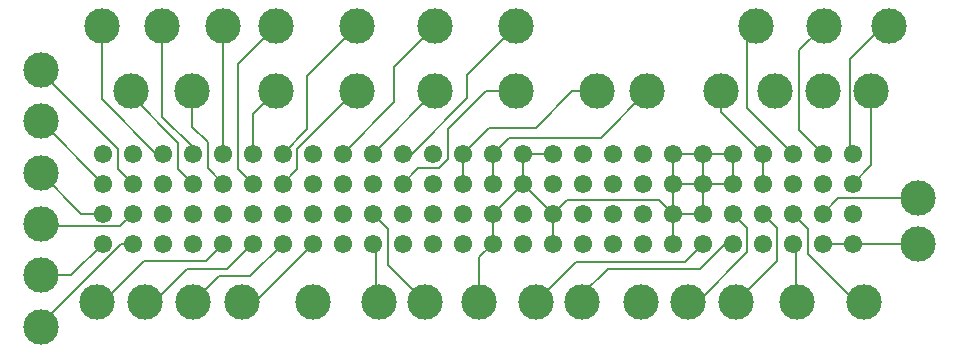
<source format=gbr>
%TF.GenerationSoftware,KiCad,Pcbnew,8.0.6*%
%TF.CreationDate,2024-11-11T13:09:46+02:00*%
%TF.ProjectId,PC104_Debug_PCB,50433130-345f-4446-9562-75675f504342,rev?*%
%TF.SameCoordinates,Original*%
%TF.FileFunction,Copper,L1,Top*%
%TF.FilePolarity,Positive*%
%FSLAX46Y46*%
G04 Gerber Fmt 4.6, Leading zero omitted, Abs format (unit mm)*
G04 Created by KiCad (PCBNEW 8.0.6) date 2024-11-11 13:09:46*
%MOMM*%
%LPD*%
G01*
G04 APERTURE LIST*
%TA.AperFunction,ComponentPad*%
%ADD10C,3.000000*%
%TD*%
%TA.AperFunction,ComponentPad*%
%ADD11C,1.550000*%
%TD*%
%TA.AperFunction,Conductor*%
%ADD12C,0.200000*%
%TD*%
G04 APERTURE END LIST*
D10*
%TO.P,TP36,1,1*%
%TO.N,/OBC_5V_ADM*%
X168625000Y-75200000D03*
%TD*%
%TO.P,TP23,1,1*%
%TO.N,/RED_OBC_Tx*%
X114250000Y-56800000D03*
%TD*%
%TO.P,TP2,1,1*%
%TO.N,/COMMS_SWCLK*%
X104675000Y-56800000D03*
%TD*%
%TO.P,TP9,1,1*%
%TO.N,/ADCS_5V*%
X141450000Y-62300000D03*
%TD*%
%TO.P,TP15,1,1*%
%TO.N,/EPS_GPIO_F*%
X164675000Y-62300000D03*
%TD*%
%TO.P,TP29,1,1*%
%TO.N,/ADCS_CAN_H*%
X94350000Y-73550000D03*
%TD*%
%TO.P,TP45,1,1*%
%TO.N,/ADCS_RS422_RX_P*%
X99100000Y-80125000D03*
%TD*%
%TO.P,TP31,1,1*%
%TO.N,/ADCS_UART_RX*%
X126900000Y-80125000D03*
%TD*%
%TO.P,TP33,1,1*%
%TO.N,/EPS_GPIO_C*%
X153250000Y-80125000D03*
%TD*%
%TO.P,TP14,1,1*%
%TO.N,/EPS_GPIO_I*%
X166200000Y-56800000D03*
%TD*%
%TO.P,TP44,1,1*%
%TO.N,/ADCS_RS422_RX_N*%
X103191666Y-80125000D03*
%TD*%
%TO.P,TP4,1,1*%
%TO.N,/RED_OBC_Rx*%
X114250000Y-62300000D03*
%TD*%
%TO.P,TP6,1,1*%
%TO.N,/ADCS_ENABLE*%
X127775000Y-56800000D03*
%TD*%
%TO.P,TP42,1,1*%
%TO.N,/ADCS_RS422_TX_N*%
X111375000Y-80125000D03*
%TD*%
%TO.P,TP30,1,1*%
%TO.N,/ADCS_PPS*%
X117450000Y-80125000D03*
%TD*%
%TO.P,TP28,1,1*%
%TO.N,/ADCS_CAN_L*%
X94350000Y-69200000D03*
%TD*%
%TO.P,TP16,1,1*%
%TO.N,/EPS_GPIO_E*%
X160612500Y-62300000D03*
%TD*%
%TO.P,TP10,1,1*%
%TO.N,/ADCS_3V3*%
X145712500Y-62300000D03*
%TD*%
%TO.P,TP47,1,1*%
%TO.N,/CANL_A*%
X94350000Y-77900000D03*
%TD*%
%TO.P,TP26,1,1*%
%TO.N,/CANH_B*%
X94350000Y-60500000D03*
%TD*%
%TO.P,TP39,1,1*%
%TO.N,/I2C_SCL*%
X140218452Y-80125000D03*
%TD*%
%TO.P,TP3,1,1*%
%TO.N,/COMMS_3V3_REF*%
X109800000Y-56800000D03*
%TD*%
%TO.P,TP38,1,1*%
%TO.N,/EPS_GPIO_A*%
X145150000Y-80125000D03*
%TD*%
%TO.P,TP7,1,1*%
%TO.N,/ADCS_BOOT*%
X127775000Y-62300000D03*
%TD*%
%TO.P,TP21,1,1*%
%TO.N,/COMMS_Tx*%
X134600000Y-62300000D03*
%TD*%
%TO.P,TP40,1,1*%
%TO.N,/I2C_SDA*%
X136268452Y-80125000D03*
%TD*%
%TO.P,TP8,1,1*%
%TO.N,/COMMS_Rx*%
X134600000Y-56800000D03*
%TD*%
%TO.P,TP34,1,1*%
%TO.N,/3V3_OBC*%
X164050000Y-80125000D03*
%TD*%
D11*
%TO.P,J2,1,1*%
%TO.N,unconnected-(J2-Pad1)*%
X99630000Y-67575000D03*
%TO.P,J2,2,2*%
%TO.N,/CANL_B*%
X99630000Y-70115000D03*
%TO.P,J2,3,3*%
%TO.N,unconnected-(J2-Pad3)*%
X102170000Y-67575000D03*
%TO.P,J2,4,4*%
%TO.N,/CANH_B*%
X102170000Y-70115000D03*
%TO.P,J2,5,5*%
%TO.N,/COMMS_SWOTRACE*%
X104710000Y-67575000D03*
%TO.P,J2,6,6*%
%TO.N,unconnected-(J2-Pad6)*%
X104710000Y-70115000D03*
%TO.P,J2,7,7*%
%TO.N,/COMMS_SWCLK*%
X107250000Y-67575000D03*
%TO.P,J2,8,8*%
%TO.N,/COMMS_SWD*%
X107250000Y-70115000D03*
%TO.P,J2,9,9*%
%TO.N,/COMMS_3V3_REF*%
X109790000Y-67575000D03*
%TO.P,J2,10,10*%
%TO.N,/COMMS_RST*%
X109790000Y-70115000D03*
%TO.P,J2,11,11*%
%TO.N,/RED_OBC_Rx*%
X112330000Y-67575000D03*
%TO.P,J2,12,12*%
%TO.N,/RED_OBC_Tx*%
X112330000Y-70115000D03*
%TO.P,J2,13,13*%
%TO.N,/OBC_Rx*%
X114870000Y-67575000D03*
%TO.P,J2,14,14*%
%TO.N,/OBC_Tx*%
X114870000Y-70115000D03*
%TO.P,J2,15,15*%
%TO.N,unconnected-(J2-Pad15)*%
X117410000Y-67575000D03*
%TO.P,J2,16,16*%
%TO.N,unconnected-(J2-Pad16)*%
X117410000Y-70115000D03*
%TO.P,J2,17,17*%
%TO.N,/ADCS_ENABLE*%
X119950000Y-67575000D03*
%TO.P,J2,18,18*%
%TO.N,unconnected-(J2-Pad18)*%
X119950000Y-70115000D03*
%TO.P,J2,19,19*%
%TO.N,/ADCS_BOOT*%
X122490000Y-67575000D03*
%TO.P,J2,20,20*%
%TO.N,unconnected-(J2-Pad20)*%
X122490000Y-70115000D03*
%TO.P,J2,21,21*%
%TO.N,/COMMS_Rx*%
X125030000Y-67575000D03*
%TO.P,J2,22,22*%
%TO.N,/COMMS_Tx*%
X125030000Y-70115000D03*
%TO.P,J2,23,23*%
%TO.N,unconnected-(J2-Pad23)*%
X127570000Y-67575000D03*
%TO.P,J2,24,24*%
%TO.N,unconnected-(J2-Pad24)*%
X127570000Y-70115000D03*
%TO.P,J2,25,25*%
%TO.N,/ADCS_5V*%
X130110000Y-67575000D03*
%TO.P,J2,26,26*%
X130110000Y-70115000D03*
%TO.P,J2,27,27*%
%TO.N,/ADCS_3V3*%
X132650000Y-67575000D03*
%TO.P,J2,28,28*%
X132650000Y-70115000D03*
%TO.P,J2,29,29*%
%TO.N,GND*%
X135190000Y-67575000D03*
%TO.P,J2,30,30*%
X135190000Y-70115000D03*
%TO.P,J2,31,31*%
X137730000Y-67575000D03*
%TO.P,J2,32,32*%
%TO.N,unconnected-(J2-Pad32)*%
X137730000Y-70115000D03*
%TO.P,J2,33,33*%
%TO.N,unconnected-(J2-Pad33)*%
X140270000Y-67575000D03*
%TO.P,J2,34,34*%
%TO.N,unconnected-(J2-Pad34)*%
X140270000Y-70115000D03*
%TO.P,J2,35,35*%
%TO.N,unconnected-(J2-Pad35)*%
X142810000Y-67575000D03*
%TO.P,J2,36,36*%
%TO.N,unconnected-(J2-Pad36)*%
X142810000Y-70115000D03*
%TO.P,J2,37,37*%
%TO.N,unconnected-(J2-Pad37)*%
X145350000Y-67575000D03*
%TO.P,J2,38,38*%
%TO.N,unconnected-(J2-Pad38)*%
X145350000Y-70115000D03*
%TO.P,J2,39,39*%
%TO.N,GND*%
X147890000Y-67575000D03*
%TO.P,J2,40,40*%
X147890000Y-70115000D03*
%TO.P,J2,41,41*%
X150430000Y-67575000D03*
%TO.P,J2,42,42*%
X150430000Y-70115000D03*
%TO.P,J2,43,43*%
X152970000Y-67575000D03*
%TO.P,J2,44,44*%
X152970000Y-70115000D03*
%TO.P,J2,45,45*%
%TO.N,/EPS_VBAT*%
X155510000Y-67575000D03*
%TO.P,J2,46,46*%
X155510000Y-70115000D03*
%TO.P,J2,47,47*%
%TO.N,/EPS_GPIO_G*%
X158050000Y-67575000D03*
%TO.P,J2,48,48*%
%TO.N,/EPS_GPIO_D*%
X158050000Y-70115000D03*
%TO.P,J2,49,49*%
%TO.N,/EPS_GPIO_H*%
X160590000Y-67575000D03*
%TO.P,J2,50,50*%
%TO.N,/EPS_GPIO_E*%
X160590000Y-70115000D03*
%TO.P,J2,51,51*%
%TO.N,/EPS_GPIO_I*%
X163130000Y-67575000D03*
%TO.P,J2,52,52*%
%TO.N,/EPS_GPIO_F*%
X163130000Y-70115000D03*
%TD*%
D10*
%TO.P,TP18,1,1*%
%TO.N,/EPS_VBAT*%
X151975000Y-62300000D03*
%TD*%
%TO.P,TP46,1,1*%
%TO.N,/CANH_A*%
X94350000Y-82250000D03*
%TD*%
%TO.P,TP43,1,1*%
%TO.N,/ADCS_RS422_TX_P*%
X107283332Y-80125000D03*
%TD*%
%TO.P,TP22,1,1*%
%TO.N,/OBC_Tx*%
X121175000Y-62300000D03*
%TD*%
%TO.P,TP25,1,1*%
%TO.N,/COMMS_SWD*%
X102000000Y-62300000D03*
%TD*%
%TO.P,TP24,1,1*%
%TO.N,/COMMS_RST*%
X107200000Y-62300000D03*
%TD*%
%TO.P,TP37,1,1*%
%TO.N,/OBC_5V_PANELS*%
X158375000Y-80125000D03*
%TD*%
%TO.P,TP27,1,1*%
%TO.N,/CANL_B*%
X94350000Y-64850000D03*
%TD*%
%TO.P,TP41,1,1*%
%TO.N,/ADCS_UART_TX*%
X123025000Y-80125000D03*
%TD*%
%TO.P,TP17,1,1*%
%TO.N,/EPS_GPIO_D*%
X156550000Y-62300000D03*
%TD*%
%TO.P,TP1,1,1*%
%TO.N,/COMMS_SWOTRACE*%
X99550000Y-56800000D03*
%TD*%
%TO.P,TP5,1,1*%
%TO.N,/OBC_Rx*%
X121175000Y-56800000D03*
%TD*%
%TO.P,TP35,1,1*%
%TO.N,/3V3_RED_OBC*%
X168625000Y-71350000D03*
%TD*%
%TO.P,TP11,1,1*%
%TO.N,GND*%
X131475000Y-80125000D03*
%TD*%
D11*
%TO.P,J1,1,1*%
%TO.N,/ADCS_CAN_L*%
X99630000Y-72655000D03*
%TO.P,J1,2,2*%
%TO.N,/CANL_A*%
X99630000Y-75195000D03*
%TO.P,J1,3,3*%
%TO.N,/ADCS_CAN_H*%
X102170000Y-72655000D03*
%TO.P,J1,4,4*%
%TO.N,/CANH_A*%
X102170000Y-75195000D03*
%TO.P,J1,5,5*%
%TO.N,unconnected-(J1-Pad5)*%
X104710000Y-72655000D03*
%TO.P,J1,6,6*%
%TO.N,unconnected-(J1-Pad6)*%
X104710000Y-75195000D03*
%TO.P,J1,7,7*%
%TO.N,unconnected-(J1-Pad7)*%
X107250000Y-72655000D03*
%TO.P,J1,8,8*%
%TO.N,unconnected-(J1-Pad8)*%
X107250000Y-75195000D03*
%TO.P,J1,9,9*%
%TO.N,unconnected-(J1-Pad9)*%
X109790000Y-72655000D03*
%TO.P,J1,10,10*%
%TO.N,/ADCS_RS422_RX_P*%
X109790000Y-75195000D03*
%TO.P,J1,11,11*%
%TO.N,unconnected-(J1-Pad11)*%
X112330000Y-72655000D03*
%TO.P,J1,12,12*%
%TO.N,/ADCS_RS422_RX_N*%
X112330000Y-75195000D03*
%TO.P,J1,13,13*%
%TO.N,/ADCS_PPS*%
X114870000Y-72655000D03*
%TO.P,J1,14,14*%
%TO.N,/ADCS_RS422_TX_P*%
X114870000Y-75195000D03*
%TO.P,J1,15,15*%
%TO.N,unconnected-(J1-Pad15)*%
X117410000Y-72655000D03*
%TO.P,J1,16,16*%
%TO.N,/ADCS_RS422_TX_N*%
X117410000Y-75195000D03*
%TO.P,J1,17,17*%
%TO.N,unconnected-(J1-Pad17)*%
X119950000Y-72655000D03*
%TO.P,J1,18,18*%
%TO.N,unconnected-(J1-Pad18)*%
X119950000Y-75195000D03*
%TO.P,J1,19,19*%
%TO.N,/ADCS_UART_RX*%
X122490000Y-72655000D03*
%TO.P,J1,20,20*%
%TO.N,/ADCS_UART_TX*%
X122490000Y-75195000D03*
%TO.P,J1,21,21*%
%TO.N,unconnected-(J1-Pad21)*%
X125030000Y-72655000D03*
%TO.P,J1,22,22*%
%TO.N,unconnected-(J1-Pad22)*%
X125030000Y-75195000D03*
%TO.P,J1,23,23*%
%TO.N,unconnected-(J1-Pad23)*%
X127570000Y-72655000D03*
%TO.P,J1,24,24*%
%TO.N,unconnected-(J1-Pad24)*%
X127570000Y-75195000D03*
%TO.P,J1,25,25*%
%TO.N,unconnected-(J1-Pad25)*%
X130110000Y-72655000D03*
%TO.P,J1,26,26*%
%TO.N,unconnected-(J1-Pad26)*%
X130110000Y-75195000D03*
%TO.P,J1,27,27*%
%TO.N,GND*%
X132650000Y-72655000D03*
%TO.P,J1,28,28*%
X132650000Y-75195000D03*
%TO.P,J1,29,29*%
%TO.N,unconnected-(J1-Pad29)*%
X135190000Y-72655000D03*
%TO.P,J1,30,30*%
%TO.N,unconnected-(J1-Pad30)*%
X135190000Y-75195000D03*
%TO.P,J1,31,31*%
%TO.N,GND*%
X137730000Y-72655000D03*
%TO.P,J1,32,32*%
X137730000Y-75195000D03*
%TO.P,J1,33,33*%
%TO.N,unconnected-(J1-Pad33)*%
X140270000Y-72655000D03*
%TO.P,J1,34,34*%
%TO.N,unconnected-(J1-Pad34)*%
X140270000Y-75195000D03*
%TO.P,J1,35,35*%
%TO.N,unconnected-(J1-Pad35)*%
X142810000Y-72655000D03*
%TO.P,J1,36,36*%
%TO.N,unconnected-(J1-Pad36)*%
X142810000Y-75195000D03*
%TO.P,J1,37,37*%
%TO.N,unconnected-(J1-Pad37)*%
X145350000Y-72655000D03*
%TO.P,J1,38,38*%
%TO.N,unconnected-(J1-Pad38)*%
X145350000Y-75195000D03*
%TO.P,J1,39,39*%
%TO.N,GND*%
X147890000Y-72655000D03*
%TO.P,J1,40,40*%
X147890000Y-75195000D03*
%TO.P,J1,41,41*%
X150430000Y-72655000D03*
%TO.P,J1,42,42*%
%TO.N,/I2C_SDA*%
X150430000Y-75195000D03*
%TO.P,J1,43,43*%
%TO.N,/EPS_GPIO_B*%
X152970000Y-72655000D03*
%TO.P,J1,44,44*%
%TO.N,/I2C_SCL*%
X152970000Y-75195000D03*
%TO.P,J1,45,45*%
%TO.N,/EPS_GPIO_C*%
X155510000Y-72655000D03*
%TO.P,J1,46,46*%
%TO.N,/EPS_GPIO_A*%
X155510000Y-75195000D03*
%TO.P,J1,47,47*%
%TO.N,/3V3_OBC*%
X158050000Y-72655000D03*
%TO.P,J1,48,48*%
%TO.N,/OBC_5V_PANELS*%
X158050000Y-75195000D03*
%TO.P,J1,49,49*%
%TO.N,/3V3_RED_OBC*%
X160590000Y-72655000D03*
%TO.P,J1,50,50*%
%TO.N,/OBC_5V_ADM*%
X160590000Y-75195000D03*
%TO.P,J1,51,51*%
%TO.N,unconnected-(J1-Pad51)*%
X163130000Y-72655000D03*
%TO.P,J1,52,52*%
%TO.N,/OBC_5V_ADM*%
X163130000Y-75195000D03*
%TD*%
D10*
%TO.P,TP12,1,1*%
%TO.N,/EPS_GPIO_G*%
X154900000Y-56800000D03*
%TD*%
%TO.P,TP13,1,1*%
%TO.N,/EPS_GPIO_H*%
X160650000Y-56800000D03*
%TD*%
%TO.P,TP32,1,1*%
%TO.N,/EPS_GPIO_B*%
X149200000Y-80125000D03*
%TD*%
D12*
%TO.N,/ADCS_UART_TX*%
X122725000Y-79825000D02*
X123025000Y-80125000D01*
X122490000Y-75195000D02*
X122725000Y-75430000D01*
X122725000Y-75430000D02*
X122725000Y-79825000D01*
%TO.N,/ADCS_CAN_L*%
X97805000Y-72655000D02*
X99630000Y-72655000D01*
X94350000Y-69200000D02*
X97805000Y-72655000D01*
%TO.N,GND*%
X152970000Y-70115000D02*
X150430000Y-70115000D01*
X147890000Y-70115000D02*
X147890000Y-72655000D01*
X131475000Y-80125000D02*
X131475000Y-76370000D01*
X135190000Y-70115000D02*
X132650000Y-72655000D01*
X147890000Y-70115000D02*
X147890000Y-67575000D01*
X135190000Y-67575000D02*
X135190000Y-70115000D01*
X150430000Y-70115000D02*
X147890000Y-70115000D01*
X137730000Y-67575000D02*
X135190000Y-67575000D01*
X152970000Y-67575000D02*
X152970000Y-70115000D01*
X146710000Y-71475000D02*
X147890000Y-72655000D01*
X150230000Y-72655000D02*
X150125000Y-72550000D01*
X150430000Y-67575000D02*
X152970000Y-67575000D01*
X137730000Y-72655000D02*
X137730000Y-75195000D01*
X147890000Y-72655000D02*
X150430000Y-72655000D01*
X147890000Y-72655000D02*
X147890000Y-75195000D01*
X147890000Y-67575000D02*
X150430000Y-67575000D01*
X132650000Y-72655000D02*
X132650000Y-75195000D01*
X150430000Y-70115000D02*
X150430000Y-67575000D01*
X150430000Y-72655000D02*
X150430000Y-70115000D01*
X135190000Y-70115000D02*
X137730000Y-72655000D01*
X138910000Y-71475000D02*
X146710000Y-71475000D01*
X150430000Y-72655000D02*
X150230000Y-72655000D01*
X131475000Y-76370000D02*
X132650000Y-75195000D01*
X137730000Y-72655000D02*
X138910000Y-71475000D01*
%TO.N,/EPS_GPIO_C*%
X155510000Y-72655000D02*
X156700000Y-73845000D01*
X156700000Y-76675000D02*
X153250000Y-80125000D01*
X156700000Y-73845000D02*
X156700000Y-76675000D01*
%TO.N,/CANL_A*%
X96925000Y-77900000D02*
X99630000Y-75195000D01*
X94350000Y-77900000D02*
X96925000Y-77900000D01*
%TO.N,/ADCS_RS422_RX_P*%
X103150000Y-76650000D02*
X99675000Y-80125000D01*
X99675000Y-80125000D02*
X99100000Y-80125000D01*
X108335000Y-76650000D02*
X103150000Y-76650000D01*
X109790000Y-75195000D02*
X108335000Y-76650000D01*
%TO.N,/I2C_SDA*%
X150430000Y-75195000D02*
X148875000Y-76750000D01*
X148875000Y-76750000D02*
X139643452Y-76750000D01*
X139643452Y-76750000D02*
X136268452Y-80125000D01*
%TO.N,/EPS_GPIO_B*%
X152970000Y-72655000D02*
X154200000Y-73885000D01*
X154200000Y-75925000D02*
X150000000Y-80125000D01*
X150000000Y-80125000D02*
X149200000Y-80125000D01*
X154200000Y-73885000D02*
X154200000Y-75925000D01*
%TO.N,/I2C_SCL*%
X152280000Y-75195000D02*
X150150000Y-77325000D01*
X140218452Y-79506548D02*
X140218452Y-80125000D01*
X142400000Y-77325000D02*
X140218452Y-79506548D01*
X152970000Y-75195000D02*
X152280000Y-75195000D01*
X150150000Y-77325000D02*
X142400000Y-77325000D01*
%TO.N,/ADCS_RS422_RX_N*%
X112280000Y-75195000D02*
X110100000Y-77375000D01*
X110100000Y-77375000D02*
X106725000Y-77375000D01*
X112330000Y-75195000D02*
X112280000Y-75195000D01*
X106725000Y-77375000D02*
X103975000Y-80125000D01*
X103975000Y-80125000D02*
X103191666Y-80125000D01*
%TO.N,/ADCS_RS422_TX_P*%
X109458332Y-77950000D02*
X107283332Y-80125000D01*
X112115000Y-77950000D02*
X109458332Y-77950000D01*
X114870000Y-75195000D02*
X112115000Y-77950000D01*
%TO.N,/OBC_5V_ADM*%
X163130000Y-75195000D02*
X168620000Y-75195000D01*
X168620000Y-75195000D02*
X168625000Y-75200000D01*
X160590000Y-75195000D02*
X163130000Y-75195000D01*
%TO.N,/3V3_RED_OBC*%
X161895000Y-71350000D02*
X168625000Y-71350000D01*
X160590000Y-72655000D02*
X161895000Y-71350000D01*
%TO.N,/ADCS_UART_RX*%
X122490000Y-72655000D02*
X123775000Y-73940000D01*
X123775000Y-73940000D02*
X123775000Y-77000000D01*
X123775000Y-77000000D02*
X126900000Y-80125000D01*
%TO.N,/3V3_OBC*%
X158050000Y-72655000D02*
X159350000Y-73955000D01*
X159350000Y-76075000D02*
X162900000Y-79625000D01*
X162900000Y-79625000D02*
X162900000Y-80075000D01*
X159350000Y-73955000D02*
X159350000Y-76075000D01*
%TO.N,/OBC_5V_PANELS*%
X158325000Y-75470000D02*
X158325000Y-79950000D01*
X158325000Y-79950000D02*
X158375000Y-80000000D01*
X158050000Y-75195000D02*
X158325000Y-75470000D01*
%TO.N,/ADCS_CAN_H*%
X94350000Y-73550000D02*
X94530000Y-73730000D01*
X94530000Y-73730000D02*
X101095000Y-73730000D01*
X101095000Y-73730000D02*
X102170000Y-72655000D01*
%TO.N,/CANH_A*%
X94350000Y-82250000D02*
X94350000Y-82025000D01*
X101180000Y-75195000D02*
X102170000Y-75195000D01*
X94350000Y-82025000D02*
X101180000Y-75195000D01*
%TO.N,/ADCS_RS422_TX_N*%
X117410000Y-75195000D02*
X112480000Y-80125000D01*
X112480000Y-80125000D02*
X111375000Y-80125000D01*
%TO.N,/COMMS_3V3_REF*%
X109800000Y-56800000D02*
X109800000Y-67565000D01*
X109800000Y-67565000D02*
X109790000Y-67575000D01*
%TO.N,/COMMS_SWCLK*%
X104675000Y-64475000D02*
X107250000Y-67050000D01*
X107250000Y-67050000D02*
X107250000Y-67575000D01*
X104675000Y-56800000D02*
X104675000Y-64475000D01*
%TO.N,/OBC_Rx*%
X116925000Y-65520000D02*
X114870000Y-67575000D01*
X121150000Y-56800000D02*
X116925000Y-61025000D01*
X116925000Y-61025000D02*
X116925000Y-65520000D01*
X121175000Y-56800000D02*
X121150000Y-56800000D01*
%TO.N,/ADCS_ENABLE*%
X127775000Y-56800000D02*
X124300000Y-60275000D01*
X124300000Y-63225000D02*
X119950000Y-67575000D01*
X124300000Y-60275000D02*
X124300000Y-63225000D01*
%TO.N,/ADCS_5V*%
X141450000Y-62300000D02*
X139375000Y-62300000D01*
X139375000Y-62300000D02*
X136275000Y-65400000D01*
X132285000Y-65400000D02*
X130110000Y-67575000D01*
X136275000Y-65400000D02*
X132285000Y-65400000D01*
X130110000Y-67575000D02*
X130110000Y-70115000D01*
%TO.N,/EPS_VBAT*%
X155510000Y-70115000D02*
X155510000Y-67575000D01*
X151975000Y-64040000D02*
X151975000Y-62300000D01*
X155510000Y-67575000D02*
X151975000Y-64040000D01*
%TO.N,/OBC_Tx*%
X116100000Y-68885000D02*
X114870000Y-70115000D01*
X116100000Y-67175000D02*
X116100000Y-68885000D01*
X120975000Y-62300000D02*
X116100000Y-67175000D01*
X121175000Y-62300000D02*
X120975000Y-62300000D01*
%TO.N,/EPS_GPIO_H*%
X158600000Y-65585000D02*
X160590000Y-67575000D01*
X158600000Y-58850000D02*
X158600000Y-65585000D01*
X160650000Y-56800000D02*
X158600000Y-58850000D01*
%TO.N,/RED_OBC_Tx*%
X114250000Y-56800000D02*
X111075000Y-59975000D01*
X111075000Y-68860000D02*
X112330000Y-70115000D01*
X111075000Y-59975000D02*
X111075000Y-68860000D01*
%TO.N,/RED_OBC_Rx*%
X112330000Y-64220000D02*
X112330000Y-67575000D01*
X114250000Y-62300000D02*
X112330000Y-64220000D01*
%TO.N,/COMMS_RST*%
X108500000Y-68825000D02*
X109790000Y-70115000D01*
X107200000Y-65325000D02*
X108500000Y-66625000D01*
X108500000Y-66625000D02*
X108500000Y-68825000D01*
X107200000Y-62300000D02*
X107200000Y-65325000D01*
%TO.N,/CANH_B*%
X94350000Y-60650000D02*
X100925000Y-67225000D01*
X100925000Y-68870000D02*
X102170000Y-70115000D01*
X94350000Y-60500000D02*
X94350000Y-60650000D01*
X100925000Y-67225000D02*
X100925000Y-68870000D01*
%TO.N,/COMMS_Tx*%
X125030000Y-70115000D02*
X126345000Y-68800000D01*
X126345000Y-68800000D02*
X128100000Y-68800000D01*
X128875000Y-65525000D02*
X132100000Y-62300000D01*
X128100000Y-68800000D02*
X128875000Y-68025000D01*
X128875000Y-68025000D02*
X128875000Y-65525000D01*
X132100000Y-62300000D02*
X134600000Y-62300000D01*
%TO.N,/ADCS_3V3*%
X132650000Y-67575000D02*
X133975000Y-66250000D01*
X132650000Y-67575000D02*
X132650000Y-70115000D01*
X141762500Y-66250000D02*
X145712500Y-62300000D01*
X133975000Y-66250000D02*
X141762500Y-66250000D01*
%TO.N,/EPS_GPIO_F*%
X164675000Y-68570000D02*
X163130000Y-70115000D01*
X164675000Y-62300000D02*
X164675000Y-68570000D01*
%TO.N,/ADCS_BOOT*%
X127775000Y-62300000D02*
X122500000Y-67575000D01*
X122500000Y-67575000D02*
X122490000Y-67575000D01*
%TO.N,/COMMS_SWOTRACE*%
X99550000Y-56800000D02*
X99550000Y-62975000D01*
X104150000Y-67575000D02*
X104710000Y-67575000D01*
X99550000Y-62975000D02*
X104150000Y-67575000D01*
%TO.N,/CANL_B*%
X99615000Y-70115000D02*
X99630000Y-70115000D01*
X94350000Y-64850000D02*
X99615000Y-70115000D01*
%TO.N,/EPS_GPIO_G*%
X154175000Y-57525000D02*
X154175000Y-63700000D01*
X154175000Y-63700000D02*
X158050000Y-67575000D01*
X154900000Y-56800000D02*
X154175000Y-57525000D01*
%TO.N,/COMMS_SWD*%
X102000000Y-62300000D02*
X102000000Y-62650000D01*
X106025000Y-66675000D02*
X106025000Y-68890000D01*
X106025000Y-68890000D02*
X107250000Y-70115000D01*
X102000000Y-62650000D02*
X106025000Y-66675000D01*
%TO.N,/COMMS_Rx*%
X130450000Y-60950000D02*
X130450000Y-62900000D01*
X130450000Y-62900000D02*
X125775000Y-67575000D01*
X134600000Y-56800000D02*
X130450000Y-60950000D01*
X125775000Y-67575000D02*
X125030000Y-67575000D01*
%TO.N,/EPS_GPIO_I*%
X162875000Y-59600000D02*
X162875000Y-67320000D01*
X166200000Y-56800000D02*
X165675000Y-56800000D01*
X165675000Y-56800000D02*
X162875000Y-59600000D01*
X162875000Y-67320000D02*
X163130000Y-67575000D01*
%TD*%
M02*

</source>
